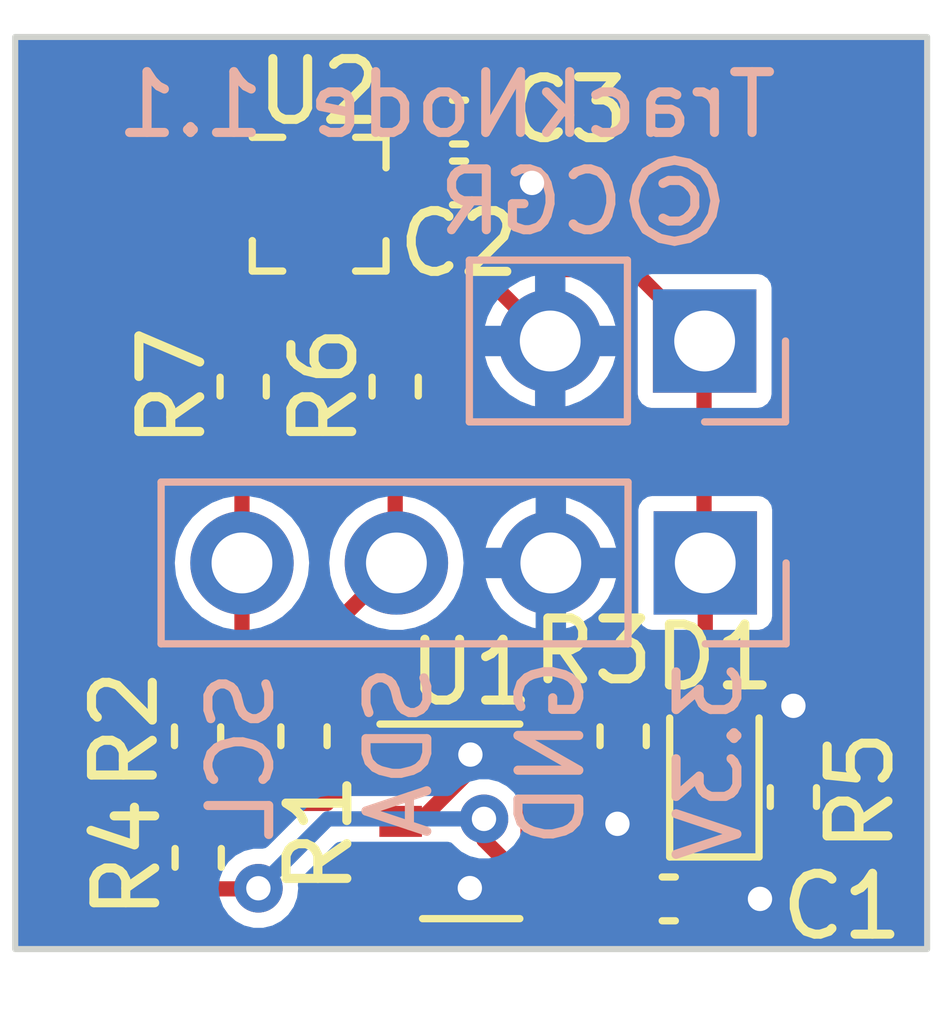
<source format=kicad_pcb>
(kicad_pcb (version 20221018) (generator pcbnew)
  (layers (0 "F.Cu" signal) (31 "B.Cu" signal) (34 "B.Paste" user) (35 "F.Paste" user) (36 "B.SilkS" user "B.Silkscreen") (37 "F.SilkS" user "F.Silkscreen") (38 "B.Mask" user) (39 "F.Mask" user) (44 "Edge.Cuts" user))
  (net 0 "")
  (net 1 "/VCC")
  (net 2 "GND")
  (net 3 "/SDA")
  (net 4 "/SCL")
  (net 5 "Net-(U1-SDA)")
  (net 6 "Net-(U1-SCL)")
  (net 7 "Net-(D1-K)")
  (net 8 "Net-(U2-SDA{slash}SDI{slash}SDO)")
  (net 9 "Net-(U2-SCL{slash}SPC)")
  (footprint "Resistor_SMD:R_0402_1005Metric" (layer "F.Cu") (at 21.5 31.5 -90)
    (fp_text reference "R2" (at -0.1 1.2 90) (layer "F.SilkS"))
    (fp_text value "100")
    (fp_line (start -0.153641 -0.38) (end 0.153641 -0.38) (stroke (width 0.12)) (layer "F.SilkS"))
    (fp_line (start -0.153641 0.38) (end 0.153641 0.38) (stroke (width 0.12)) (layer "F.SilkS"))
    (pad "1" smd roundrect (at -0.51 0 270) (size 0.54 0.64) (layers "F.Cu" "F.Paste" "F.Mask") (net 4 "/SCL"))
    (pad "2" smd roundrect (at 0.51 0 270) (size 0.54 0.64) (layers "F.Cu" "F.Paste" "F.Mask") (net 6 "Net-(U1-SCL)"))
  )
  (footprint "Capacitor_SMD:C_0402_1005Metric" (layer "F.Cu") (at 29.25 34.175 180)
    (fp_text reference "C1" (at -2.85 -0.125) (layer "F.SilkS"))
    (fp_text value "0.1uF")
    (fp_line (start -0.107836 -0.36) (end 0.107836 -0.36) (stroke (width 0.12)) (layer "F.SilkS"))
    (fp_line (start -0.107836 0.36) (end 0.107836 0.36) (stroke (width 0.12)) (layer "F.SilkS"))
    (pad "1" smd roundrect (at -0.48 0 180) (size 0.56 0.62) (layers "F.Cu" "F.Paste" "F.Mask") (net 2 "GND"))
    (pad "2" smd roundrect (at 0.48 0 180) (size 0.56 0.62) (layers "F.Cu" "F.Paste" "F.Mask") (net 1 "/VCC"))
  )
  (footprint "Capacitor_SMD:C_0402_1005Metric" (layer "F.Cu") (at 25.8 22.4 180)
    (fp_text reference "C2" (at 0 -1) (layer "F.SilkS"))
    (fp_text value "0.1uF")
    (fp_line (start -0.107836 -0.36) (end 0.107836 -0.36) (stroke (width 0.12)) (layer "F.SilkS"))
    (fp_line (start -0.107836 0.36) (end 0.107836 0.36) (stroke (width 0.12)) (layer "F.SilkS"))
    (pad "1" smd roundrect (at -0.48 0 180) (size 0.56 0.62) (layers "F.Cu" "F.Paste" "F.Mask") (net 2 "GND"))
    (pad "2" smd roundrect (at 0.48 0 180) (size 0.56 0.62) (layers "F.Cu" "F.Paste" "F.Mask") (net 1 "/VCC"))
  )
  (footprint "LED_SMD:LED_0603_1608Metric" (layer "F.Cu") (at 30 32 90)
    (fp_text reference "D1" (at 1.8 0 180) (layer "F.SilkS"))
    (fp_text value "LED")
    (fp_line (start -1.485 -0.735) (end -1.485 0.735) (stroke (width 0.12)) (layer "F.SilkS"))
    (fp_line (start -1.485 0.735) (end 0.8 0.735) (stroke (width 0.12)) (layer "F.SilkS"))
    (fp_line (start 0.8 -0.735) (end -1.485 -0.735) (stroke (width 0.12)) (layer "F.SilkS"))
    (pad "1" smd roundrect (at -0.7875 0 90) (size 0.875 0.95) (layers "F.Cu" "F.Paste" "F.Mask") (net 7 "Net-(D1-K)"))
    (pad "2" smd roundrect (at 0.7875 0 90) (size 0.875 0.95) (layers "F.Cu" "F.Paste" "F.Mask") (net 1 "/VCC"))
  )
  (footprint "Package_LGA:LGA-12_2x2mm_P0.5mm" (layer "F.Cu") (at 23.5 22.75)
    (fp_text reference "U2" (at 0 -1.85) (layer "F.SilkS"))
    (fp_text value "LIS2DTW12")
    (fp_line (start -1.1 -1.1) (end -1.1 -1.1) (stroke (width 0.12)) (layer "F.SilkS"))
    (fp_line (start -1.1 0.6) (end -1.1 0.6) (stroke (width 0.12)) (layer "F.SilkS"))
    (fp_line (start -1.1 1.1) (end -1.1 0.6) (stroke (width 0.12)) (layer "F.SilkS"))
    (fp_line (start -0.6 -1.1) (end -1.1 -1.1) (stroke (width 0.12)) (layer "F.SilkS"))
    (fp_line (start -0.6 1.1) (end -1.1 1.1) (stroke (width 0.12)) (layer "F.SilkS"))
    (fp_line (start 0.6 -1.1) (end 1.1 -1.1) (stroke (width 0.12)) (layer "F.SilkS"))
    (fp_line (start 0.6 1.1) (end 0.6 1.1) (stroke (width 0.12)) (layer "F.SilkS"))
    (fp_line (start 1.1 -1.1) (end 1.1 -0.6) (stroke (width 0.12)) (layer "F.SilkS"))
    (fp_line (start 1.1 -0.6) (end 1.1 -0.6) (stroke (width 0.12)) (layer "F.SilkS"))
    (fp_line (start 1.1 0.6) (end 1.1 1.1) (stroke (width 0.12)) (layer "F.SilkS"))
    (fp_line (start 1.1 1.1) (end 0.6 1.1) (stroke (width 0.12)) (layer "F.SilkS"))
    (pad "1" smd rect (at -0.7625 -0.75) (size 0.375 0.35) (layers "F.Cu" "F.Paste" "F.Mask") (net 9 "Net-(U2-SCL{slash}SPC)"))
    (pad "2" smd rect (at -0.7625 -0.25) (size 0.375 0.35) (layers "F.Cu" "F.Paste" "F.Mask") (net 1 "/VCC"))
    (pad "3" smd rect (at -0.7625 0.25) (size 0.375 0.35) (layers "F.Cu" "F.Paste" "F.Mask") (net 1 "/VCC"))
    (pad "4" smd rect (at -0.7625 0.75) (size 0.375 0.35) (layers "F.Cu" "F.Paste" "F.Mask") (net 8 "Net-(U2-SDA{slash}SDI{slash}SDO)"))
    (pad "5" smd rect (at -0.25 0.7625 90) (size 0.375 0.35) (layers "F.Cu" "F.Paste" "F.Mask") (net 2 "GND"))
    (pad "6" smd rect (at 0.25 0.7625 90) (size 0.375 0.35) (layers "F.Cu" "F.Paste" "F.Mask") (net 2 "GND"))
    (pad "7" smd rect (at 0.7625 0.75) (size 0.375 0.35) (layers "F.Cu" "F.Paste" "F.Mask") (net 2 "GND"))
    (pad "8" smd rect (at 0.7625 0.25) (size 0.375 0.35) (layers "F.Cu" "F.Paste" "F.Mask") (net 2 "GND"))
    (pad "9" smd rect (at 0.7625 -0.25) (size 0.375 0.35) (layers "F.Cu" "F.Paste" "F.Mask") (net 1 "/VCC"))
    (pad "10" smd rect (at 0.7625 -0.75) (size 0.375 0.35) (layers "F.Cu" "F.Paste" "F.Mask") (net 1 "/VCC"))
    (pad "11" smd rect (at 0.25 -0.7625 90) (size 0.375 0.35) (layers "F.Cu" "F.Paste" "F.Mask"))
    (pad "12" smd rect (at -0.25 -0.7625 90) (size 0.375 0.35) (layers "F.Cu" "F.Paste" "F.Mask"))
  )
  (footprint "Capacitor_SMD:C_0402_1005Metric" (layer "F.Cu") (at 25.8 21.4 180)
    (fp_text reference "C3" (at -1.8 0.2) (layer "F.SilkS"))
    (fp_text value "0.1uF")
    (fp_line (start -0.107836 -0.36) (end 0.107836 -0.36) (stroke (width 0.12)) (layer "F.SilkS"))
    (fp_line (start -0.107836 0.36) (end 0.107836 0.36) (stroke (width 0.12)) (layer "F.SilkS"))
    (pad "1" smd roundrect (at -0.48 0 180) (size 0.56 0.62) (layers "F.Cu" "F.Paste" "F.Mask") (net 2 "GND"))
    (pad "2" smd roundrect (at 0.48 0 180) (size 0.56 0.62) (layers "F.Cu" "F.Paste" "F.Mask") (net 1 "/VCC"))
  )
  (footprint "Resistor_SMD:R_0402_1005Metric" (layer "F.Cu") (at 21.51 33.5 90)
    (fp_text reference "R4" (at 0 -1.17 90) (layer "F.SilkS"))
    (fp_text value "1.2K")
    (fp_line (start -0.153641 -0.38) (end 0.153641 -0.38) (stroke (width 0.12)) (layer "F.SilkS"))
    (fp_line (start -0.153641 0.38) (end 0.153641 0.38) (stroke (width 0.12)) (layer "F.SilkS"))
    (pad "1" smd roundrect (at -0.51 0 90) (size 0.54 0.64) (layers "F.Cu" "F.Paste" "F.Mask") (net 1 "/VCC"))
    (pad "2" smd roundrect (at 0.51 0 90) (size 0.54 0.64) (layers "F.Cu" "F.Paste" "F.Mask") (net 4 "/SCL"))
  )
  (footprint "Resistor_SMD:R_0402_1005Metric" (layer "F.Cu") (at 23.25 31.5 -90)
    (fp_text reference "R1" (at 1.6 -0.25 90) (layer "F.SilkS"))
    (fp_text value "100")
    (fp_line (start -0.153641 -0.38) (end 0.153641 -0.38) (stroke (width 0.12)) (layer "F.SilkS"))
    (fp_line (start -0.153641 0.38) (end 0.153641 0.38) (stroke (width 0.12)) (layer "F.SilkS"))
    (pad "1" smd roundrect (at -0.51 0 270) (size 0.54 0.64) (layers "F.Cu" "F.Paste" "F.Mask") (net 3 "/SDA"))
    (pad "2" smd roundrect (at 0.51 0 270) (size 0.54 0.64) (layers "F.Cu" "F.Paste" "F.Mask") (net 5 "Net-(U1-SDA)"))
  )
  (footprint "Resistor_SMD:R_0402_1005Metric" (layer "F.Cu") (at 31.3 32.5 90)
    (fp_text reference "R5" (at 0.1 1.1 90) (layer "F.SilkS"))
    (fp_text value "500")
    (fp_line (start -0.153641 -0.38) (end 0.153641 -0.38) (stroke (width 0.12)) (layer "F.SilkS"))
    (fp_line (start -0.153641 0.38) (end 0.153641 0.38) (stroke (width 0.12)) (layer "F.SilkS"))
    (pad "1" smd roundrect (at -0.51 0 90) (size 0.54 0.64) (layers "F.Cu" "F.Paste" "F.Mask") (net 7 "Net-(D1-K)"))
    (pad "2" smd roundrect (at 0.51 0 90) (size 0.54 0.64) (layers "F.Cu" "F.Paste" "F.Mask") (net 2 "GND"))
  )
  (footprint "Resistor_SMD:R_0402_1005Metric" (layer "F.Cu") (at 22.25 25.75 90)
    (fp_text reference "R7" (at 0 -1.17 90) (layer "F.SilkS"))
    (fp_text value "100")
    (fp_line (start -0.153641 -0.38) (end 0.153641 -0.38) (stroke (width 0.12)) (layer "F.SilkS"))
    (fp_line (start -0.153641 0.38) (end 0.153641 0.38) (stroke (width 0.12)) (layer "F.SilkS"))
    (pad "1" smd roundrect (at -0.51 0 90) (size 0.54 0.64) (layers "F.Cu" "F.Paste" "F.Mask") (net 4 "/SCL"))
    (pad "2" smd roundrect (at 0.51 0 90) (size 0.54 0.64) (layers "F.Cu" "F.Paste" "F.Mask") (net 9 "Net-(U2-SCL{slash}SPC)"))
  )
  (footprint "Resistor_SMD:R_0402_1005Metric" (layer "F.Cu") (at 24.75 25.75 90)
    (fp_text reference "R6" (at 0 -1.17 90) (layer "F.SilkS"))
    (fp_text value "100")
    (fp_line (start -0.153641 -0.38) (end 0.153641 -0.38) (stroke (width 0.12)) (layer "F.SilkS"))
    (fp_line (start -0.153641 0.38) (end 0.153641 0.38) (stroke (width 0.12)) (layer "F.SilkS"))
    (pad "1" smd roundrect (at -0.51 0 90) (size 0.54 0.64) (layers "F.Cu" "F.Paste" "F.Mask") (net 3 "/SDA"))
    (pad "2" smd roundrect (at 0.51 0 90) (size 0.54 0.64) (layers "F.Cu" "F.Paste" "F.Mask") (net 8 "Net-(U2-SDA{slash}SDI{slash}SDO)"))
  )
  (footprint "Package_SO:TSOP-6_1.65x3.05mm_P0.95mm" (layer "F.Cu") (at 26 32.9)
    (fp_text reference "U1" (at 0 -2.45) (layer "F.SilkS"))
    (fp_text value "TLV493D-A1B6")
    (fp_line (start -0.8 1.6) (end 0.8 1.6) (stroke (width 0.12)) (layer "F.SilkS"))
    (fp_line (start 0.8 -1.6) (end -1.5 -1.6) (stroke (width 0.12)) (layer "F.SilkS"))
    (pad "1" smd rect (at -1.16 -0.95) (size 0.7 0.51) (layers "F.Cu" "F.Paste" "F.Mask") (net 6 "Net-(U1-SCL)"))
    (pad "2" smd rect (at -1.16 0) (size 0.7 0.51) (layers "F.Cu" "F.Paste" "F.Mask") (net 2 "GND"))
    (pad "3" smd rect (at -1.16 0.95) (size 0.7 0.51) (layers "F.Cu" "F.Paste" "F.Mask") (net 2 "GND"))
    (pad "4" smd rect (at 1.16 0.95) (size 0.7 0.51) (layers "F.Cu" "F.Paste" "F.Mask") (net 1 "/VCC"))
    (pad "5" smd rect (at 1.16 0) (size 0.7 0.51) (layers "F.Cu" "F.Paste" "F.Mask") (net 2 "GND"))
    (pad "6" smd rect (at 1.16 -0.95) (size 0.7 0.51) (layers "F.Cu" "F.Paste" "F.Mask") (net 5 "Net-(U1-SDA)"))
  )
  (footprint "Resistor_SMD:R_0402_1005Metric" (layer "F.Cu") (at 28.5 31.5 90)
    (fp_text reference "R3" (at 1.4 -0.5 180) (layer "F.SilkS"))
    (fp_text value "1.2K")
    (fp_line (start -0.153641 -0.38) (end 0.153641 -0.38) (stroke (width 0.12)) (layer "F.SilkS"))
    (fp_line (start -0.153641 0.38) (end 0.153641 0.38) (stroke (width 0.12)) (layer "F.SilkS"))
    (pad "1" smd roundrect (at -0.51 0 90) (size 0.54 0.64) (layers "F.Cu" "F.Paste" "F.Mask") (net 1 "/VCC"))
    (pad "2" smd roundrect (at 0.51 0 90) (size 0.54 0.64) (layers "F.Cu" "F.Paste" "F.Mask") (net 3 "/SDA"))
  )
  (footprint "Connector_PinHeader_2.54mm:PinHeader_1x04_P2.54mm_Vertical" (layer "B.Cu") (at 29.85 28.65 90)
    (fp_text reference "J1" hide)
    (fp_text value "Conn_01x04")
    (fp_line (start -1.33 -8.95) (end 1.33 -8.95) (stroke (width 0.12)) (layer "B.SilkS"))
    (fp_line (start -1.33 -1.27) (end -1.33 -8.95) (stroke (width 0.12)) (layer "B.SilkS"))
    (fp_line (start -1.33 -1.27) (end 1.33 -1.27) (stroke (width 0.12)) (layer "B.SilkS"))
    (fp_line (start -1.33 0) (end -1.33 1.33) (stroke (width 0.12)) (layer "B.SilkS"))
    (fp_line (start -1.33 1.33) (end 0 1.33) (stroke (width 0.12)) (layer "B.SilkS"))
    (fp_line (start 1.33 -1.27) (end 1.33 -8.95) (stroke (width 0.12)) (layer "B.SilkS"))
    (pad "1" thru_hole rect (at 0 0 90) (size 1.7 1.7) (drill 1) (layers "*.Cu" "*.Mask") (net 1 "/VCC"))
    (pad "2" thru_hole oval (at 0 -2.54 90) (size 1.7 1.7) (drill 1) (layers "*.Cu" "*.Mask") (net 2 "GND"))
    (pad "3" thru_hole oval (at 0 -5.08 90) (size 1.7 1.7) (drill 1) (layers "*.Cu" "*.Mask") (net 3 "/SDA"))
    (pad "4" thru_hole oval (at 0 -7.62 90) (size 1.7 1.7) (drill 1) (layers "*.Cu" "*.Mask") (net 4 "/SCL"))
  )
  (footprint "Connector_PinHeader_2.54mm:PinHeader_1x02_P2.54mm_Vertical" (layer "B.Cu") (at 29.84 25 90)
    (fp_text reference "J2" hide)
    (fp_text value "Conn_01x02")
    (fp_line (start -1.33 -3.87) (end 1.33 -3.87) (stroke (width 0.12)) (layer "B.SilkS"))
    (fp_line (start -1.33 -1.27) (end -1.33 -3.87) (stroke (width 0.12)) (layer "B.SilkS"))
    (fp_line (start -1.33 -1.27) (end 1.33 -1.27) (stroke (width 0.12)) (layer "B.SilkS"))
    (fp_line (start -1.33 0) (end -1.33 1.33) (stroke (width 0.12)) (layer "B.SilkS"))
    (fp_line (start -1.33 1.33) (end 0 1.33) (stroke (width 0.12)) (layer "B.SilkS"))
    (fp_line (start 1.33 -1.27) (end 1.33 -3.87) (stroke (width 0.12)) (layer "B.SilkS"))
    (pad "1" thru_hole rect (at 0 0 90) (size 1.7 1.7) (drill 1) (layers "*.Cu" "*.Mask") (net 1 "/VCC"))
    (pad "2" thru_hole oval (at 0 -2.54 90) (size 1.7 1.7) (drill 1) (layers "*.Cu" "*.Mask") (net 2 "GND"))
  )
  (gr_rect (start 18.5 20) (end 33.5 35) (stroke (width 0.1)) (fill none) (layer "Edge.Cuts"))
  (gr_text "GND" (at 27.9 30.15 90) (layer "B.SilkS") (effects (font (size 1 1)) (justify left bottom mirror)))
  (gr_text "©CGR" (at 30.3 23.3) (layer "B.SilkS") (effects (font (size 1 1)) (justify left bottom mirror)))
  (gr_text "SDA" (at 25.4 30.25 90) (layer "B.SilkS") (effects (font (size 1 1)) (justify left bottom mirror)))
  (gr_text "SCL" (at 22.8 30.35 90) (layer "B.SilkS") (effects (font (size 1 1)) (justify left bottom mirror)))
  (gr_text "3.3V" (at 30.5 30.2 90) (layer "B.SilkS") (effects (font (size 1 1)) (justify left bottom mirror)))
  (gr_text "TrackNode 1.1" (at 31.1 21.7) (layer "B.SilkS") (effects (font (size 1 1)) (justify left bottom mirror)))
  (segment (start 29.2975 31.2125) (end 28.5 32.01) (width 0.25) (layer "F.Cu") (net 1))
  (segment (start 24.2625 22) (end 24.92 22) (width 0.25) (layer "F.Cu") (net 1))
  (segment (start 26.2105 32.859098) (end 26.2105 33.2055) (width 0.25) (layer "F.Cu") (net 1))
  (segment (start 24.2625 22.5) (end 24.2625 22) (width 0.25) (layer "F.Cu") (net 1))
  (segment (start 24.92 22) (end 25.32 22.4) (width 0.25) (layer "F.Cu") (net 1))
  (segment (start 26.855 33.85) (end 27.16 33.85) (width 0.25) (layer "F.Cu") (net 1))
  (segment (start 30 31.2125) (end 29.2975 31.2125) (width 0.25) (layer "F.Cu") (net 1))
  (segment (start 28.445 33.85) (end 28.77 34.175) (width 0.25) (layer "F.Cu") (net 1))
  (segment (start 26.2105 33.2055) (end 26.855 33.85) (width 0.25) (layer "F.Cu") (net 1))
  (segment (start 29.130523 32.640523) (end 29.130523 33.814477) (width 0.25) (layer "F.Cu") (net 1))
  (segment (start 24.72 22) (end 25.32 21.4) (width 0.25) (layer "F.Cu") (net 1))
  (segment (start 29.85 28.65) (end 29.85 31.0625) (width 0.25) (layer "F.Cu") (net 1))
  (segment (start 29.85 31.0625) (end 30 31.2125) (width 0.25) (layer "F.Cu") (net 1))
  (segment (start 26.635 23.035) (end 27.425 23.825) (width 0.25) (layer "F.Cu") (net 1))
  (segment (start 28.655 23.825) (end 29.83 25) (width 0.25) (layer "F.Cu") (net 1))
  (segment (start 28.5 32.01) (end 29.130523 32.640523) (width 0.25) (layer "F.Cu") (net 1))
  (segment (start 21.51 34.01) (end 22.49 34.01) (width 0.25) (layer "F.Cu") (net 1))
  (segment (start 27.425 23.825) (end 28.655 23.825) (width 0.25) (layer "F.Cu") (net 1))
  (segment (start 29.130523 33.814477) (end 28.77 34.175) (width 0.25) (layer "F.Cu") (net 1))
  (segment (start 22.7375 23) (end 22.7375 22.5) (width 0.25) (layer "F.Cu") (net 1))
  (segment (start 29.83 25) (end 29.83 28.63) (width 0.25) (layer "F.Cu") (net 1))
  (segment (start 25.947391 23.035) (end 26.635 23.035) (width 0.25) (layer "F.Cu") (net 1))
  (segment (start 25.32 22.4) (end 25.32 22.407609) (width 0.25) (layer "F.Cu") (net 1))
  (segment (start 22.7375 22.5) (end 24.2625 22.5) (width 0.25) (layer "F.Cu") (net 1))
  (segment (start 27.16 33.85) (end 28.445 33.85) (width 0.25) (layer "F.Cu") (net 1))
  (segment (start 24.2625 22) (end 24.72 22) (width 0.25) (layer "F.Cu") (net 1))
  (segment (start 25.32 22.407609) (end 25.947391 23.035) (width 0.25) (layer "F.Cu") (net 1))
  (segment (start 22.49 34.01) (end 22.5 34) (width 0.25) (layer "F.Cu") (net 1))
  (segment (start 29.83 28.63) (end 29.85 28.65) (width 0.25) (layer "F.Cu") (net 1))
  (via (at 22.5 34) (size 0.8) (drill 0.4) (layers "F.Cu" "B.Cu") (net 1))
  (via (at 26.2105 32.859098) (size 0.8) (drill 0.4) (layers "F.Cu" "B.Cu") (net 1))
  (segment (start 23.640902 32.859098) (end 26.2105 32.859098) (width 0.25) (layer "B.Cu") (net 1))
  (segment (start 22.5 34) (end 23.640902 32.859098) (width 0.25) (layer "B.Cu") (net 1))
  (segment (start 27.200121 32.940121) (end 27.16 32.9) (width 0.25) (layer "F.Cu") (net 2))
  (segment (start 25.987182 32.057818) (end 25.145 32.9) (width 0.25) (layer "F.Cu") (net 2))
  (segment (start 25.977701 33.997299) (end 25.830402 33.85) (width 0.25) (layer "F.Cu") (net 2))
  (segment (start 29.73 34.175) (end 30.75 34.175) (width 0.25) (layer "F.Cu") (net 2))
  (segment (start 31.3 31.99) (end 31.3 31) (width 0.25) (layer "F.Cu") (net 2))
  (segment (start 24.2625 23) (end 24.2625 23.5) (width 0.25) (layer "F.Cu") (net 2))
  (segment (start 26.28 21.4) (end 26.28 22.4) (width 0.25) (layer "F.Cu") (net 2))
  (segment (start 25.987182 31.80178) (end 25.987182 32.057818) (width 0.25) (layer "F.Cu") (net 2))
  (segment (start 28.405523 32.940121) (end 27.200121 32.940121) (width 0.25) (layer "F.Cu") (net 2))
  (segment (start 25.830402 33.85) (end 24.84 33.85) (width 0.25) (layer "F.Cu") (net 2))
  (segment (start 26.28 22.4) (end 27 22.4) (width 0.25) (layer "F.Cu") (net 2))
  (segment (start 24.25 23.5125) (end 24.2625 23.5) (width 0.25) (layer "F.Cu") (net 2))
  (segment (start 23.25 23.5125) (end 24.25 23.5125) (width 0.25) (layer "F.Cu") (net 2))
  (segment (start 25.79 23.5) (end 27.29 25) (width 0.25) (layer "F.Cu") (net 2))
  (segment (start 25.145 32.9) (end 24.84 32.9) (width 0.25) (layer "F.Cu") (net 2))
  (segment (start 24.2625 23.5) (end 25.79 23.5) (width 0.25) (layer "F.Cu") (net 2))
  (via (at 25.977701 33.997299) (size 0.8) (drill 0.4) (layers "F.Cu" "B.Cu") (net 2))
  (via (at 28.405523 32.940121) (size 0.8) (drill 0.4) (layers "F.Cu" "B.Cu") (net 2))
  (via (at 31.3 31) (size 0.8) (drill 0.4) (layers "F.Cu" "B.Cu") (net 2))
  (via (at 25.987182 31.80178) (size 0.8) (drill 0.4) (layers "F.Cu" "B.Cu") (net 2))
  (via (at 27 22.4) (size 0.8) (drill 0.4) (layers "F.Cu" "B.Cu") (net 2))
  (via (at 30.75 34.175) (size 0.8) (drill 0.4) (layers "F.Cu" "B.Cu") (net 2))
  (segment (start 28.11 30.6) (end 28.5 30.99) (width 0.25) (layer "F.Cu") (net 3))
  (segment (start 23.64 30.6) (end 28.11 30.6) (width 0.25) (layer "F.Cu") (net 3))
  (segment (start 23.25 30.99) (end 23.64 30.6) (width 0.25) (layer "F.Cu") (net 3))
  (segment (start 24.75 26.26) (end 24.75 28.63) (width 0.25) (layer "F.Cu") (net 3))
  (segment (start 23.25 30.17) (end 24.77 28.65) (width 0.25) (layer "F.Cu") (net 3))
  (segment (start 23.25 30.99) (end 23.25 30.17) (width 0.25) (layer "F.Cu") (net 3))
  (segment (start 22.23 30.26) (end 22.23 28.65) (width 0.25) (layer "F.Cu") (net 4))
  (segment (start 22.23 28.65) (end 22.23 26.28) (width 0.25) (layer "F.Cu") (net 4))
  (segment (start 21.5 30.99) (end 22.23 30.26) (width 0.25) (layer "F.Cu") (net 4))
  (segment (start 22.23 26.28) (end 22.25 26.26) (width 0.25) (layer "F.Cu") (net 4))
  (segment (start 21.5 30.99) (end 20.855 31.635) (width 0.25) (layer "F.Cu") (net 4))
  (segment (start 20.855 31.635) (end 20.855 32.335) (width 0.25) (layer "F.Cu") (net 4))
  (segment (start 20.855 32.335) (end 21.51 32.99) (width 0.25) (layer "F.Cu") (net 4))
  (segment (start 24.21 31.05) (end 23.25 32.01) (width 0.25) (layer "F.Cu") (net 5))
  (segment (start 24.21 31.05) (end 26.26 31.05) (width 0.25) (layer "F.Cu") (net 5))
  (segment (start 26.26 31.05) (end 27.16 31.95) (width 0.25) (layer "F.Cu") (net 5))
  (segment (start 24.280538 31.95) (end 23.625538 32.605) (width 0.25) (layer "F.Cu") (net 6))
  (segment (start 24.84 31.95) (end 24.280538 31.95) (width 0.25) (layer "F.Cu") (net 6))
  (segment (start 23.625538 32.605) (end 22.095 32.605) (width 0.25) (layer "F.Cu") (net 6))
  (segment (start 22.095 32.605) (end 21.5 32.01) (width 0.25) (layer "F.Cu") (net 6))
  (segment (start 31.2775 32.7875) (end 31.5 33.01) (width 0.25) (layer "F.Cu") (net 7))
  (segment (start 30 32.7875) (end 31.0775 32.7875) (width 0.25) (layer "F.Cu") (net 7))
  (segment (start 31.0775 32.7875) (end 31.3 33.01) (width 0.25) (layer "F.Cu") (net 7))
  (segment (start 23.965 25.24) (end 22.7375 24.0125) (width 0.25) (layer "F.Cu") (net 8))
  (segment (start 22.7375 24.0125) (end 22.7375 23.5) (width 0.25) (layer "F.Cu") (net 8))
  (segment (start 24.75 25.24) (end 23.965 25.24) (width 0.25) (layer "F.Cu") (net 8))
  (segment (start 22.225 25.215) (end 22.225 22.075) (width 0.25) (layer "F.Cu") (net 9))
  (segment (start 22.25 25.24) (end 22.225 25.215) (width 0.25) (layer "F.Cu") (net 9))
  (segment (start 22.225 22.075) (end 22.3 22) (width 0.25) (layer "F.Cu") (net 9))
  (segment (start 22.3 22) (end 22.7375 22) (width 0.25) (layer "F.Cu") (net 9))
  (zone (net 2) (net_name "GND") (layer "B.Cu") (connect_pads (clearance 0.25)) (min_thickness 0.25) (fill yes (thermal_gap 0.25) (thermal_bridge_width 0.5))
    (polygon (pts (xy 18.25 19.75) (xy 33.75 19.75) (xy 33.75 35.25) (xy 18.25 35.25)))
  )
)
</source>
